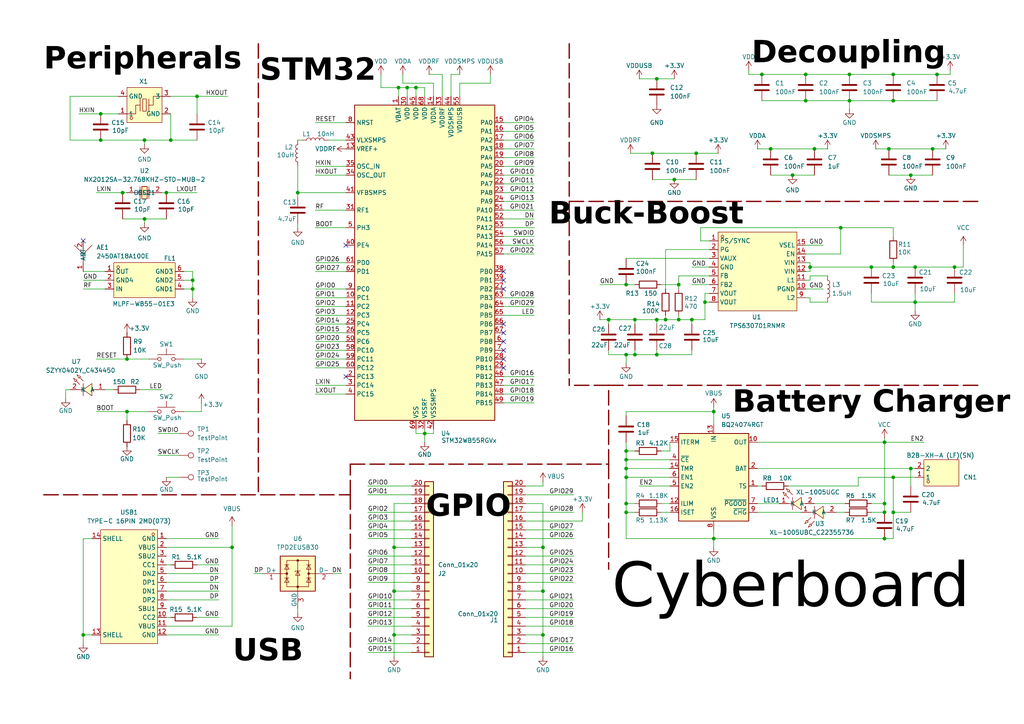
<source format=kicad_sch>
(kicad_sch (version 20250114) (generator "eeschema") (generator_version "9.0")
  (paper "A4")
  (title_block (title "Cyberboard") (date "2025-10-15") (rev "V1"))
  (text "Decoupling" (at 246.126 17.272 0) (effects (font (size 6.35 6.35))))
  (text "STM32" (at 92.202 22.352 0) (effects (font (size 6.35 6.35))))
  (text "Cyberboard" (at 229.362 173.99 0) (effects (font (size 12.7 12.7))))
  (text "Battery Charger" (at 252.73 118.618 0) (effects (font (size 6.35 6.35))))
  (text "USB" (at 77.724 190.754 0) (effects (font (size 6.35 6.35))))
  (text "Buck-Boost" (at 187.452 64.008 0) (effects (font (size 6.35 6.35))))
  (text "GPIO" (at 135.89 148.844 0) (effects (font (size 6.35 6.35))))
  (text "Peripherals" (at 41.402 19.05 0) (effects (font (size 6.35 6.35))))
  (junction (at 256.54 128.27))
  (junction (at 270.51 43.18))
  (junction (at 29.21 33.02))
  (junction (at 29.21 40.64))
  (junction (at 259.08 77.47))
  (junction (at 246.38 21.59))
  (junction (at 207.01 119.38))
  (junction (at 259.08 29.21))
  (junction (at 24.13 184.15))
  (junction (at 256.54 156.21))
  (junction (at 157.48 184.15))
  (junction (at 118.11 25.4))
  (junction (at 234.95 77.47))
  (junction (at 123.19 125.73))
  (junction (at 55.88 83.82))
  (junction (at 257.81 43.18))
  (junction (at 220.98 21.59))
  (junction (at 41.91 63.5))
  (junction (at 243.84 66.04))
  (junction (at 259.08 21.59))
  (junction (at 36.83 104.14))
  (junction (at 233.68 21.59))
  (junction (at 67.31 158.75))
  (junction (at 114.3 184.15))
  (junction (at 193.04 92.71))
  (junction (at 181.61 148.59))
  (junction (at 157.48 158.75))
  (junction (at 196.85 92.71))
  (junction (at 207.01 156.21))
  (junction (at 264.16 135.89))
  (junction (at 271.78 21.59))
  (junction (at 181.61 130.81))
  (junction (at 181.61 82.55))
  (junction (at 201.93 44.45))
  (junction (at 265.43 77.47))
  (junction (at 190.5 92.71))
  (junction (at 195.58 52.07))
  (junction (at 157.48 171.45))
  (junction (at 184.15 102.87))
  (junction (at 189.23 44.45))
  (junction (at 115.57 25.4))
  (junction (at 41.91 40.64))
  (junction (at 259.08 138.43))
  (junction (at 114.3 171.45))
  (junction (at 181.61 102.87))
  (junction (at 256.54 148.59))
  (junction (at 181.61 146.05))
  (junction (at 265.43 87.63))
  (junction (at 57.15 27.94))
  (junction (at 196.85 82.55))
  (junction (at 246.38 29.21))
  (junction (at 181.61 133.35))
  (junction (at 184.15 92.71))
  (junction (at 252.73 77.47))
  (junction (at 229.87 50.8))
  (junction (at 190.5 102.87))
  (junction (at 49.53 40.64))
  (junction (at 190.5 22.86))
  (junction (at 181.61 138.43))
  (junction (at 114.3 158.75))
  (junction (at 48.26 55.88))
  (junction (at 264.16 50.8))
  (junction (at 86.36 55.88))
  (junction (at 204.47 87.63))
  (junction (at 181.61 135.89))
  (junction (at 223.52 43.18))
  (junction (at 276.86 77.47))
  (junction (at 55.88 81.28))
  (junction (at 35.56 55.88))
  (junction (at 120.65 25.4))
  (junction (at 236.22 43.18))
  (junction (at 200.66 92.71))
  (junction (at 233.68 29.21))
  (junction (at 176.53 92.71))
  (junction (at 36.83 119.38))
  (junction (at 256.54 146.05))
  (junction (at 259.08 148.59))
  (no_connect (at 100.33 71.12))
  (no_connect (at 146.05 106.68))
  (no_connect (at 100.33 109.22))
  (no_connect (at 24.13 69.85))
  (no_connect (at 146.05 96.52))
  (no_connect (at 146.05 81.28))
  (no_connect (at 146.05 93.98))
  (no_connect (at 146.05 78.74))
  (no_connect (at 146.05 83.82))
  (no_connect (at 146.05 101.6))
  (no_connect (at 146.05 104.14))
  (no_connect (at 146.05 99.06))
  (wire (pts (xy 128.27 21.59) (xy 128.27 27.94)))
  (wire (pts (xy 120.65 25.4) (xy 120.65 27.94)))
  (wire (pts (xy 106.68 176.53) (xy 119.38 176.53)))
  (wire (pts (xy 181.61 74.93) (xy 205.74 74.93)))
  (wire (pts (xy 190.5 22.86) (xy 195.58 22.86)))
  (wire (pts (xy 125.73 125.73) (xy 123.19 125.73)))
  (wire (pts (xy 120.65 125.73) (xy 120.65 124.46)))
  (wire (pts (xy 118.11 25.4) (xy 118.11 27.94)))
  (wire (pts (xy 48.26 171.45) (xy 63.5 171.45)))
  (wire (pts (xy 168.91 148.59) (xy 168.91 151.13)))
  (wire (pts (xy 200.66 93.98) (xy 200.66 92.71)))
  (wire (pts (xy 176.53 93.98) (xy 176.53 92.71)))
  (wire (pts (xy 49.53 40.64) (xy 57.15 40.64)))
  (wire (pts (xy 205.74 85.09) (xy 204.47 85.09)))
  (wire (pts (xy 185.42 22.86) (xy 190.5 22.86)))
  (wire (pts (xy 106.68 173.99) (xy 119.38 173.99)))
  (wire (pts (xy 91.44 96.52) (xy 100.33 96.52)))
  (wire (pts (xy 240.03 43.18) (xy 236.22 43.18)))
  (wire (pts (xy 125.73 125.73) (xy 125.73 124.46)))
  (wire (pts (xy 205.74 69.85) (xy 203.2 69.85)))
  (wire (pts (xy 53.34 81.28) (xy 55.88 81.28)))
  (wire (pts (xy 114.3 158.75) (xy 119.38 158.75)))
  (wire (pts (xy 203.2 66.04) (xy 243.84 66.04)))
  (wire (pts (xy 34.29 27.94) (xy 20.32 27.94)))
  (wire (pts (xy 205.74 82.55) (xy 200.66 82.55)))
  (wire (pts (xy 267.97 128.27) (xy 256.54 128.27)))
  (wire (pts (xy 91.44 66.04) (xy 100.33 66.04)))
  (wire (pts (xy 181.61 130.81) (xy 181.61 128.27)))
  (wire (pts (xy 154.94 86.36) (xy 146.05 86.36)))
  (wire (pts (xy 181.61 102.87) (xy 184.15 102.87)))
  (wire (pts (xy 86.36 55.88) (xy 100.33 55.88)))
  (wire (pts (xy 115.57 25.4) (xy 118.11 25.4)))
  (wire (pts (xy 67.31 181.61) (xy 48.26 181.61)))
  (wire (pts (xy 256.54 156.21) (xy 207.01 156.21)))
  (wire (pts (xy 248.92 140.97) (xy 228.6 140.97)))
  (wire (pts (xy 181.61 156.21) (xy 207.01 156.21)))
  (wire (pts (xy 106.68 151.13) (xy 119.38 151.13)))
  (wire (pts (xy 152.4 189.23) (xy 166.37 189.23)))
  (wire (pts (xy 181.61 135.89) (xy 181.61 133.35)))
  (wire (pts (xy 259.08 138.43) (xy 259.08 148.59)))
  (wire (pts (xy 119.38 146.05) (xy 114.3 146.05)))
  (wire (pts (xy 176.53 102.87) (xy 176.53 101.6)))
  (wire (pts (xy 196.85 82.55) (xy 196.85 80.01)))
  (wire (pts (xy 234.95 86.36) (xy 233.68 86.36)))
  (wire (pts (xy 36.83 121.92) (xy 36.83 119.38)))
  (wire (pts (xy 95.25 40.64) (xy 100.33 40.64)))
  (polyline (pts (xy 101.6 143.51) (xy 101.6 134.62)) (stroke (width 0.381) (type dash) (color 132 0 0 1)))
  (wire (pts (xy 240.03 87.63) (xy 234.95 87.63)))
  (wire (pts (xy 154.94 114.3) (xy 146.05 114.3)))
  (wire (pts (xy 30.48 78.74) (xy 24.13 78.74)))
  (wire (pts (xy 252.73 148.59) (xy 256.54 148.59)))
  (wire (pts (xy 57.15 27.94) (xy 57.15 33.02)))
  (wire (pts (xy 20.32 27.94) (xy 20.32 40.64)))
  (wire (pts (xy 106.68 153.67) (xy 119.38 153.67)))
  (wire (pts (xy 22.86 33.02) (xy 29.21 33.02)))
  (wire (pts (xy 274.32 43.18) (xy 270.51 43.18)))
  (wire (pts (xy 124.46 21.59) (xy 128.27 21.59)))
  (wire (pts (xy 204.47 85.09) (xy 204.47 87.63)))
  (wire (pts (xy 181.61 135.89) (xy 194.31 135.89)))
  (wire (pts (xy 181.61 138.43) (xy 194.31 138.43)))
  (wire (pts (xy 114.3 158.75) (xy 114.3 171.45)))
  (wire (pts (xy 191.77 82.55) (xy 196.85 82.55)))
  (wire (pts (xy 55.88 81.28) (xy 55.88 83.82)))
  (wire (pts (xy 181.61 133.35) (xy 181.61 130.81)))
  (wire (pts (xy 154.94 111.76) (xy 146.05 111.76)))
  (wire (pts (xy 86.36 48.26) (xy 86.36 55.88)))
  (wire (pts (xy 106.68 179.07) (xy 119.38 179.07)))
  (wire (pts (xy 41.91 63.5) (xy 35.56 63.5)))
  (wire (pts (xy 196.85 80.01) (xy 205.74 80.01)))
  (wire (pts (xy 106.68 189.23) (xy 119.38 189.23)))
  (wire (pts (xy 234.95 87.63) (xy 234.95 86.36)))
  (wire (pts (xy 173.99 82.55) (xy 181.61 82.55)))
  (wire (pts (xy 256.54 127) (xy 256.54 128.27)))
  (wire (pts (xy 27.94 104.14) (xy 36.83 104.14)))
  (wire (pts (xy 189.23 52.07) (xy 195.58 52.07)))
  (polyline (pts (xy 101.6 143.51) (xy 101.6 196.85)) (stroke (width 0.381) (type dash) (color 132 0 0 1)))
  (wire (pts (xy 146.05 68.58) (xy 154.94 68.58)))
  (wire (pts (xy 41.91 63.5) (xy 48.26 63.5)))
  (wire (pts (xy 146.05 66.04) (xy 154.94 66.04)))
  (wire (pts (xy 276.86 87.63) (xy 276.86 85.09)))
  (wire (pts (xy 146.05 71.12) (xy 154.94 71.12)))
  (wire (pts (xy 36.83 119.38) (xy 43.18 119.38)))
  (wire (pts (xy 152.4 146.05) (xy 157.48 146.05)))
  (wire (pts (xy 152.4 166.37) (xy 166.37 166.37)))
  (polyline (pts (xy 176.53 111.76) (xy 165.1 111.76)) (stroke (width 0.381) (type dash) (color 132 0 0 1)))
  (wire (pts (xy 26.67 156.21) (xy 24.13 156.21)))
  (wire (pts (xy 217.17 20.32) (xy 217.17 21.59)))
  (wire (pts (xy 152.4 168.91) (xy 166.37 168.91)))
  (wire (pts (xy 205.74 87.63) (xy 204.47 87.63)))
  (wire (pts (xy 200.66 92.71) (xy 204.47 92.71)))
  (wire (pts (xy 181.61 146.05) (xy 181.61 138.43)))
  (wire (pts (xy 194.31 128.27) (xy 194.31 130.81)))
  (wire (pts (xy 181.61 148.59) (xy 181.61 156.21)))
  (wire (pts (xy 91.44 93.98) (xy 100.33 93.98)))
  (wire (pts (xy 190.5 92.71) (xy 193.04 92.71)))
  (wire (pts (xy 182.88 44.45) (xy 189.23 44.45)))
  (wire (pts (xy 142.24 24.13) (xy 133.35 24.13)))
  (wire (pts (xy 116.84 24.13) (xy 116.84 21.59)))
  (wire (pts (xy 154.94 38.1) (xy 146.05 38.1)))
  (wire (pts (xy 49.53 163.83) (xy 48.26 163.83)))
  (wire (pts (xy 219.71 43.18) (xy 223.52 43.18)))
  (wire (pts (xy 181.61 133.35) (xy 194.31 133.35)))
  (wire (pts (xy 279.4 71.12) (xy 279.4 77.47)))
  (wire (pts (xy 57.15 55.88) (xy 48.26 55.88)))
  (wire (pts (xy 181.61 138.43) (xy 181.61 135.89)))
  (wire (pts (xy 234.95 77.47) (xy 234.95 76.2)))
  (wire (pts (xy 184.15 102.87) (xy 190.5 102.87)))
  (wire (pts (xy 194.31 130.81) (xy 191.77 130.81)))
  (wire (pts (xy 120.65 125.73) (xy 123.19 125.73)))
  (wire (pts (xy 264.16 50.8) (xy 270.51 50.8)))
  (wire (pts (xy 106.68 148.59) (xy 119.38 148.59)))
  (wire (pts (xy 91.44 83.82) (xy 100.33 83.82)))
  (wire (pts (xy 19.05 113.03) (xy 20.32 113.03)))
  (wire (pts (xy 106.68 161.29) (xy 119.38 161.29)))
  (wire (pts (xy 219.71 128.27) (xy 256.54 128.27)))
  (wire (pts (xy 114.3 146.05) (xy 114.3 158.75)))
  (wire (pts (xy 219.71 148.59) (xy 232.41 148.59)))
  (wire (pts (xy 189.23 44.45) (xy 201.93 44.45)))
  (wire (pts (xy 275.59 20.32) (xy 275.59 21.59)))
  (wire (pts (xy 154.94 50.8) (xy 146.05 50.8)))
  (wire (pts (xy 152.4 163.83) (xy 166.37 163.83)))
  (wire (pts (xy 207.01 153.67) (xy 207.01 156.21)))
  (wire (pts (xy 173.99 92.71) (xy 176.53 92.71)))
  (wire (pts (xy 91.44 101.6) (xy 100.33 101.6)))
  (wire (pts (xy 191.77 146.05) (xy 194.31 146.05)))
  (wire (pts (xy 49.53 27.94) (xy 57.15 27.94)))
  (wire (pts (xy 196.85 92.71) (xy 200.66 92.71)))
  (wire (pts (xy 91.44 114.3) (xy 100.33 114.3)))
  (wire (pts (xy 45.72 125.73) (xy 52.07 125.73)))
  (wire (pts (xy 114.3 171.45) (xy 114.3 184.15)))
  (polyline (pts (xy 165.1 58.42) (xy 284.48 58.42)) (stroke (width 0.381) (type dash) (color 132 0 0 1)))
  (wire (pts (xy 168.91 151.13) (xy 152.4 151.13)))
  (wire (pts (xy 48.26 138.43) (xy 52.07 138.43)))
  (wire (pts (xy 30.48 81.28) (xy 24.13 81.28)))
  (wire (pts (xy 233.68 71.12) (xy 238.76 71.12)))
  (wire (pts (xy 256.54 128.27) (xy 256.54 146.05)))
  (wire (pts (xy 152.4 148.59) (xy 166.37 148.59)))
  (wire (pts (xy 265.43 87.63) (xy 276.86 87.63)))
  (wire (pts (xy 181.61 82.55) (xy 184.15 82.55)))
  (wire (pts (xy 275.59 21.59) (xy 271.78 21.59)))
  (wire (pts (xy 27.94 119.38) (xy 36.83 119.38)))
  (wire (pts (xy 259.08 68.58) (xy 259.08 66.04)))
  (wire (pts (xy 233.68 29.21) (xy 246.38 29.21)))
  (wire (pts (xy 181.61 148.59) (xy 184.15 148.59)))
  (wire (pts (xy 217.17 21.59) (xy 220.98 21.59)))
  (wire (pts (xy 152.4 171.45) (xy 157.48 171.45)))
  (wire (pts (xy 236.22 146.05) (xy 245.11 146.05)))
  (wire (pts (xy 154.94 43.18) (xy 146.05 43.18)))
  (wire (pts (xy 238.76 83.82) (xy 233.68 83.82)))
  (wire (pts (xy 53.34 83.82) (xy 55.88 83.82)))
  (wire (pts (xy 190.5 102.87) (xy 190.5 101.6)))
  (wire (pts (xy 154.94 63.5) (xy 146.05 63.5)))
  (wire (pts (xy 123.19 125.73) (xy 123.19 124.46)))
  (wire (pts (xy 154.94 35.56) (xy 146.05 35.56)))
  (wire (pts (xy 205.74 77.47) (xy 200.66 77.47)))
  (wire (pts (xy 110.49 21.59) (xy 110.49 25.4)))
  (wire (pts (xy 35.56 55.88) (xy 36.83 55.88)))
  (wire (pts (xy 48.26 55.88) (xy 46.99 55.88)))
  (wire (pts (xy 157.48 158.75) (xy 157.48 171.45)))
  (wire (pts (xy 99.06 166.37) (xy 96.52 166.37)))
  (wire (pts (xy 125.73 24.13) (xy 125.73 27.94)))
  (wire (pts (xy 152.4 176.53) (xy 166.37 176.53)))
  (wire (pts (xy 157.48 139.7) (xy 157.48 140.97)))
  (wire (pts (xy 220.98 29.21) (xy 233.68 29.21)))
  (wire (pts (xy 152.4 161.29) (xy 166.37 161.29)))
  (wire (pts (xy 91.44 99.06) (xy 100.33 99.06)))
  (wire (pts (xy 106.68 181.61) (xy 119.38 181.61)))
  (wire (pts (xy 190.5 93.98) (xy 190.5 92.71)))
  (wire (pts (xy 234.95 80.01) (xy 240.03 80.01)))
  (polyline (pts (xy 101.6 134.62) (xy 176.53 134.62)) (stroke (width 0.381) (type dash) (color 132 0 0 1)))
  (wire (pts (xy 234.95 78.74) (xy 234.95 77.47)))
  (wire (pts (xy 58.42 119.38) (xy 53.34 119.38)))
  (wire (pts (xy 181.61 130.81) (xy 184.15 130.81)))
  (wire (pts (xy 91.44 35.56) (xy 100.33 35.56)))
  (wire (pts (xy 154.94 48.26) (xy 146.05 48.26)))
  (wire (pts (xy 264.16 135.89) (xy 265.43 135.89)))
  (wire (pts (xy 157.48 140.97) (xy 152.4 140.97)))
  (wire (pts (xy 91.44 78.74) (xy 100.33 78.74)))
  (wire (pts (xy 114.3 184.15) (xy 114.3 190.5)))
  (polyline (pts (xy 165.1 12.7) (xy 165.1 111.76)) (stroke (width 0.381) (type dash) (color 132 0 0 1)))
  (wire (pts (xy 193.04 72.39) (xy 193.04 83.82)))
  (wire (pts (xy 246.38 21.59) (xy 233.68 21.59)))
  (wire (pts (xy 57.15 27.94) (xy 66.04 27.94)))
  (wire (pts (xy 114.3 171.45) (xy 119.38 171.45)))
  (wire (pts (xy 123.19 125.73) (xy 123.19 128.27)))
  (wire (pts (xy 219.71 135.89) (xy 264.16 135.89)))
  (wire (pts (xy 57.15 163.83) (xy 63.5 163.83)))
  (wire (pts (xy 41.91 64.77) (xy 41.91 63.5)))
  (wire (pts (xy 157.48 146.05) (xy 157.48 158.75)))
  (wire (pts (xy 203.2 69.85) (xy 203.2 66.04)))
  (wire (pts (xy 49.53 179.07) (xy 48.26 179.07)))
  (wire (pts (xy 208.28 44.45) (xy 201.93 44.45)))
  (wire (pts (xy 86.36 66.04) (xy 86.36 64.77)))
  (wire (pts (xy 252.73 77.47) (xy 259.08 77.47)))
  (wire (pts (xy 223.52 50.8) (xy 229.87 50.8)))
  (wire (pts (xy 45.72 132.08) (xy 52.07 132.08)))
  (wire (pts (xy 245.11 148.59) (xy 242.57 148.59)))
  (wire (pts (xy 207.01 119.38) (xy 181.61 119.38)))
  (wire (pts (xy 152.4 153.67) (xy 166.37 153.67)))
  (wire (pts (xy 106.68 168.91) (xy 119.38 168.91)))
  (wire (pts (xy 49.53 40.64) (xy 49.53 33.02)))
  (wire (pts (xy 110.49 25.4) (xy 115.57 25.4)))
  (wire (pts (xy 157.48 184.15) (xy 157.48 190.5)))
  (wire (pts (xy 106.68 163.83) (xy 119.38 163.83)))
  (wire (pts (xy 259.08 156.21) (xy 256.54 156.21)))
  (wire (pts (xy 154.94 91.44) (xy 146.05 91.44)))
  (wire (pts (xy 152.4 184.15) (xy 157.48 184.15)))
  (wire (pts (xy 256.54 146.05) (xy 256.54 148.59)))
  (wire (pts (xy 36.83 104.14) (xy 43.18 104.14)))
  (wire (pts (xy 193.04 92.71) (xy 196.85 92.71)))
  (wire (pts (xy 207.01 118.11) (xy 207.01 119.38)))
  (wire (pts (xy 53.34 78.74) (xy 55.88 78.74)))
  (polyline (pts (xy 12.7 143.51) (xy 101.6 143.51)) (stroke (width 0.381) (type dash) (color 132 0 0 1)))
  (wire (pts (xy 106.68 166.37) (xy 119.38 166.37)))
  (wire (pts (xy 106.68 186.69) (xy 119.38 186.69)))
  (wire (pts (xy 252.73 87.63) (xy 265.43 87.63)))
  (wire (pts (xy 264.16 135.89) (xy 264.16 140.97)))
  (wire (pts (xy 29.21 40.64) (xy 41.91 40.64)))
  (wire (pts (xy 271.78 21.59) (xy 259.08 21.59)))
  (wire (pts (xy 276.86 77.47) (xy 279.4 77.47)))
  (wire (pts (xy 154.94 53.34) (xy 146.05 53.34)))
  (wire (pts (xy 48.26 168.91) (xy 63.5 168.91)))
  (wire (pts (xy 219.71 140.97) (xy 220.98 140.97)))
  (wire (pts (xy 133.35 21.59) (xy 130.81 21.59)))
  (wire (pts (xy 57.15 179.07) (xy 63.5 179.07)))
  (wire (pts (xy 233.68 73.66) (xy 243.84 73.66)))
  (wire (pts (xy 200.66 102.87) (xy 200.66 101.6)))
  (wire (pts (xy 176.53 92.71) (xy 184.15 92.71)))
  (wire (pts (xy 24.13 184.15) (xy 26.67 184.15)))
  (wire (pts (xy 48.26 173.99) (xy 63.5 173.99)))
  (wire (pts (xy 154.94 109.22) (xy 146.05 109.22)))
  (wire (pts (xy 154.94 45.72) (xy 146.05 45.72)))
  (wire (pts (xy 116.84 24.13) (xy 125.73 24.13)))
  (wire (pts (xy 265.43 87.63) (xy 265.43 85.09)))
  (wire (pts (xy 48.26 156.21) (xy 63.5 156.21)))
  (wire (pts (xy 252.73 87.63) (xy 252.73 85.09)))
  (wire (pts (xy 252.73 146.05) (xy 256.54 146.05)))
  (wire (pts (xy 152.4 173.99) (xy 166.37 173.99)))
  (wire (pts (xy 195.58 52.07) (xy 201.93 52.07)))
  (wire (pts (xy 41.91 41.91) (xy 41.91 40.64)))
  (wire (pts (xy 254 43.18) (xy 257.81 43.18)))
  (wire (pts (xy 191.77 148.59) (xy 194.31 148.59)))
  (wire (pts (xy 152.4 143.51) (xy 166.37 143.51)))
  (wire (pts (xy 91.44 111.76) (xy 100.33 111.76)))
  (wire (pts (xy 248.92 138.43) (xy 259.08 138.43)))
  (wire (pts (xy 207.01 158.75) (xy 207.01 156.21)))
  (wire (pts (xy 24.13 156.21) (xy 24.13 184.15)))
  (wire (pts (xy 154.94 116.84) (xy 146.05 116.84)))
  (wire (pts (xy 91.44 86.36) (xy 100.33 86.36)))
  (wire (pts (xy 154.94 73.66) (xy 146.05 73.66)))
  (wire (pts (xy 154.94 88.9) (xy 146.05 88.9)))
  (wire (pts (xy 193.04 91.44) (xy 193.04 92.71)))
  (wire (pts (xy 154.94 40.64) (xy 146.05 40.64)))
  (wire (pts (xy 48.26 166.37) (xy 63.5 166.37)))
  (wire (pts (xy 55.88 78.74) (xy 55.88 81.28)))
  (wire (pts (xy 184.15 93.98) (xy 184.15 92.71)))
  (wire (pts (xy 259.08 29.21) (xy 246.38 29.21)))
  (wire (pts (xy 243.84 66.04) (xy 259.08 66.04)))
  (wire (pts (xy 19.05 115.57) (xy 19.05 113.03)))
  (wire (pts (xy 259.08 76.2) (xy 259.08 77.47)))
  (wire (pts (xy 257.81 43.18) (xy 270.51 43.18)))
  (wire (pts (xy 190.5 102.87) (xy 200.66 102.87)))
  (wire (pts (xy 115.57 25.4) (xy 115.57 27.94)))
  (wire (pts (xy 181.61 119.38) (xy 181.61 120.65)))
  (wire (pts (xy 152.4 181.61) (xy 166.37 181.61)))
  (wire (pts (xy 259.08 77.47) (xy 265.43 77.47)))
  (wire (pts (xy 154.94 58.42) (xy 146.05 58.42)))
  (wire (pts (xy 265.43 77.47) (xy 276.86 77.47)))
  (wire (pts (xy 234.95 77.47) (xy 252.73 77.47)))
  (wire (pts (xy 58.42 116.84) (xy 58.42 119.38)))
  (wire (pts (xy 123.19 25.4) (xy 123.19 27.94)))
  (wire (pts (xy 265.43 90.17) (xy 265.43 87.63)))
  (wire (pts (xy 229.87 50.8) (xy 236.22 50.8)))
  (wire (pts (xy 259.08 138.43) (xy 265.43 138.43)))
  (wire (pts (xy 24.13 186.69) (xy 24.13 184.15)))
  (wire (pts (xy 219.71 146.05) (xy 226.06 146.05)))
  (polyline (pts (xy 176.53 134.62) (xy 176.53 165.1)) (stroke (width 0.381) (type dash) (color 132 0 0 1)))
  (wire (pts (xy 181.61 102.87) (xy 181.61 105.41)))
  (polyline (pts (xy 74.93 12.7) (xy 74.93 143.51)) (stroke (width 0.381) (type dash) (color 132 0 0 1)))
  (wire (pts (xy 259.08 148.59) (xy 264.16 148.59)))
  (wire (pts (xy 114.3 184.15) (xy 119.38 184.15)))
  (wire (pts (xy 259.08 148.59) (xy 259.08 156.21)))
  (wire (pts (xy 233.68 81.28) (xy 234.95 81.28)))
  (wire (pts (xy 133.35 24.13) (xy 133.35 27.94)))
  (wire (pts (xy 120.65 25.4) (xy 123.19 25.4)))
  (wire (pts (xy 91.44 106.68) (xy 100.33 106.68)))
  (wire (pts (xy 41.91 40.64) (xy 49.53 40.64)))
  (wire (pts (xy 67.31 158.75) (xy 67.31 181.61)))
  (wire (pts (xy 106.68 143.51) (xy 119.38 143.51)))
  (wire (pts (xy 234.95 81.28) (xy 234.95 80.01)))
  (wire (pts (xy 48.26 158.75) (xy 67.31 158.75)))
  (wire (pts (xy 154.94 60.96) (xy 146.05 60.96)))
  (wire (pts (xy 204.47 92.71) (xy 204.47 87.63)))
  (wire (pts (xy 91.44 88.9) (xy 100.33 88.9)))
  (wire (pts (xy 27.94 55.88) (xy 35.56 55.88)))
  (wire (pts (xy 157.48 171.45) (xy 157.48 184.15)))
  (wire (pts (xy 205.74 72.39) (xy 193.04 72.39)))
  (wire (pts (xy 130.81 21.59) (xy 130.81 27.94)))
  (wire (pts (xy 91.44 76.2) (xy 100.33 76.2)))
  (wire (pts (xy 233.68 78.74) (xy 234.95 78.74)))
  (wire (pts (xy 86.36 40.64) (xy 87.63 40.64)))
  (wire (pts (xy 176.53 102.87) (xy 181.61 102.87)))
  (wire (pts (xy 29.21 33.02) (xy 34.29 33.02)))
  (wire (pts (xy 185.42 140.97) (xy 194.31 140.97)))
  (wire (pts (xy 91.44 50.8) (xy 100.33 50.8)))
  (wire (pts (xy 152.4 186.69) (xy 166.37 186.69)))
  (polyline (pts (xy 176.53 134.62) (xy 176.53 111.76)) (stroke (width 0.381) (type dash) (color 132 0 0 1)))
  (wire (pts (xy 53.34 104.14) (xy 58.42 104.14)))
  (wire (pts (xy 30.48 83.82) (xy 24.13 83.82)))
  (wire (pts (xy 246.38 29.21) (xy 246.38 31.75)))
  (wire (pts (xy 106.68 140.97) (xy 119.38 140.97)))
  (wire (pts (xy 257.81 50.8) (xy 264.16 50.8)))
  (wire (pts (xy 152.4 179.07) (xy 166.37 179.07)))
  (wire (pts (xy 184.15 102.87) (xy 184.15 101.6)))
  (wire (pts (xy 248.92 140.97) (xy 248.92 138.43)))
  (wire (pts (xy 142.24 21.59) (xy 142.24 24.13)))
  (wire (pts (xy 106.68 156.21) (xy 119.38 156.21)))
  (wire (pts (xy 152.4 158.75) (xy 157.48 158.75)))
  (wire (pts (xy 91.44 48.26) (xy 100.33 48.26)))
  (wire (pts (xy 196.85 92.71) (xy 196.85 91.44)))
  (wire (pts (xy 33.02 113.03) (xy 30.48 113.03)))
  (wire (pts (xy 118.11 25.4) (xy 120.65 25.4)))
  (wire (pts (xy 259.08 21.59) (xy 246.38 21.59)))
  (wire (pts (xy 91.44 91.44) (xy 100.33 91.44)))
  (wire (pts (xy 196.85 83.82) (xy 196.85 82.55)))
  (wire (pts (xy 55.88 83.82) (xy 55.88 86.36)))
  (wire (pts (xy 67.31 152.4) (xy 67.31 158.75)))
  (wire (pts (xy 233.68 21.59) (xy 220.98 21.59)))
  (wire (pts (xy 271.78 29.21) (xy 259.08 29.21)))
  (wire (pts (xy 91.44 60.96) (xy 100.33 60.96)))
  (wire (pts (xy 152.4 156.21) (xy 166.37 156.21)))
  (wire (pts (xy 73.66 166.37) (xy 76.2 166.37)))
  (wire (pts (xy 46.99 113.03) (xy 40.64 113.03)))
  (polyline (pts (xy 176.53 111.76) (xy 284.48 111.76)) (stroke (width 0.381) (type dash) (color 132 0 0 1)))
  (wire (pts (xy 181.61 146.05) (xy 184.15 146.05)))
  (wire (pts (xy 91.44 104.14) (xy 100.33 104.14)))
  (wire (pts (xy 243.84 66.04) (xy 243.84 73.66)))
  (wire (pts (xy 207.01 123.19) (xy 207.01 119.38)))
  (wire (pts (xy 184.15 92.71) (xy 190.5 92.71)))
  (wire (pts (xy 20.32 40.64) (xy 29.21 40.64)))
  (wire (pts (xy 181.61 148.59) (xy 181.61 146.05)))
  (wire (pts (xy 223.52 43.18) (xy 236.22 43.18)))
  (wire (pts (xy 154.94 55.88) (xy 146.05 55.88)))
  (wire (pts (xy 86.36 177.8) (xy 86.36 176.53)))
  (wire (pts (xy 86.36 57.15) (xy 86.36 55.88)))
  (wire (pts (xy 234.95 76.2) (xy 233.68 76.2)))
  (wire (pts (xy 48.26 184.15) (xy 63.5 184.15)))
  (label "SWCLK" (at 154.94 71.12 180))
  (label "GPIO0" (at 106.68 140.97 0))
  (label "DP" (at 73.66 166.37 0))
  (label "GPIO11" (at 106.68 176.53 0))
  (label "HXIN" (at 91.44 48.26 0))
  (label "BOOT" (at 91.44 66.04 0))
  (label "LED" (at 154.94 91.44 180))
  (label "GPIO13" (at 106.68 181.61 0))
  (label "GND" (at 63.5 163.83 180))
  (label "DN" (at 154.94 63.5 180))
  (label "GPIO18" (at 166.37 181.61 180))
  (label "GND" (at 173.99 82.55 0))
  (label "GPIO5" (at 154.94 38.1 180))
  (label "GPIO26" (at 91.44 76.2 0))
  (label "HXOUT" (at 66.04 27.94 180))
  (label "GPIO21" (at 154.94 60.96 180))
  (label "GPIO19" (at 166.37 179.07 180))
  (label "GPIO26" (at 166.37 156.21 180))
  (label "GPIO11" (at 154.94 53.34 180))
  (label "GPIO16" (at 166.37 189.23 180))
  (label "GPIO10" (at 106.68 173.99 0))
  (label "GPIO17" (at 154.94 111.76 180))
  (label "GPIO23" (at 166.37 166.37 180))
  (label "GPIO9" (at 154.94 48.26 180))
  (label "GPIO9" (at 106.68 168.91 0))
  (label "SWDIO" (at 45.72 125.73 0))
  (label "GPIO24" (at 91.44 104.14 0))
  (label "LED" (at 46.99 113.03 180))
  (label "RF" (at 91.44 60.96 0))
  (label "RESET" (at 27.94 104.14 0))
  (label "GPIO17" (at 166.37 186.69 180))
  (label "GPIO25" (at 166.37 161.29 180))
  (label "HXOUT" (at 91.44 50.8 0))
  (label "GPIO19" (at 154.94 116.84 180))
  (label "GND" (at 63.5 184.15 180))
  (label "RESET" (at 91.44 35.56 0))
  (label "GPIO6" (at 154.94 40.64 180))
  (label "HXIN" (at 22.86 33.02 0))
  (label "GPIO27" (at 91.44 78.74 0))
  (label "GND" (at 238.76 71.12 180))
  (label "GPIO22" (at 154.94 73.66 180))
  (label "GPIO15" (at 106.68 189.23 0))
  (label "GPIO4" (at 106.68 153.67 0))
  (label "GPIO4" (at 154.94 35.56 180))
  (label "GPIO25" (at 91.44 106.68 0))
  (label "GPIO28" (at 166.37 148.59 180))
  (label "GPIO20" (at 166.37 176.53 180))
  (label "GPIO8" (at 106.68 166.37 0))
  (label "DP" (at 63.5 173.99 180))
  (label "EN2" (at 185.42 140.97 0))
  (label "GND" (at 63.5 156.21 180))
  (label "BOOT" (at 27.94 119.38 0))
  (label "GPIO1" (at 106.68 143.51 0))
  (label "DN" (at 99.06 166.37 180))
  (label "GPIO5" (at 106.68 156.21 0))
  (label "GPIO21" (at 166.37 173.99 180))
  (label "GPIO27" (at 166.37 153.67 180))
  (label "GPIO28" (at 154.94 86.36 180))
  (label "EN2" (at 267.97 128.27 180))
  (label "GPIO14" (at 106.68 186.69 0))
  (label "LXOUT" (at 57.15 55.88 180))
  (label "GPIO14" (at 91.44 93.98 0))
  (label "DN" (at 63.5 166.37 180))
  (label "GPIO6" (at 106.68 161.29 0))
  (label "GPIO23" (at 91.44 101.6 0))
  (label "GPIO2" (at 106.68 148.59 0))
  (label "GPIO3" (at 106.68 151.13 0))
  (label "GPIO13" (at 154.94 58.42 180))
  (label "GPIO1" (at 91.44 86.36 0))
  (label "GPIO29" (at 154.94 88.9 180))
  (label "RF" (at 24.13 83.82 0))
  (label "GPIO0" (at 91.44 83.82 0))
  (label "LXIN" (at 27.94 55.88 0))
  (label "GPIO22" (at 166.37 168.91 180))
  (label "GPIO3" (at 91.44 91.44 0))
  (label "LXIN" (at 91.44 111.76 0))
  (label "GPIO2" (at 91.44 88.9 0))
  (label "GPIO10" (at 154.94 50.8 180))
  (label "GPIO20" (at 91.44 99.06 0))
  (label "GND" (at 24.13 81.28 0))
  (label "GPIO24" (at 166.37 163.83 180))
  (label "GPIO29" (at 166.37 143.51 180))
  (label "GND" (at 200.66 82.55 0))
  (label "GPIO7" (at 106.68 163.83 0))
  (label "SWCLK" (at 45.72 132.08 0))
  (label "GPIO12" (at 106.68 179.07 0))
  (label "GPIO18" (at 154.94 114.3 180))
  (label "GPIO7" (at 154.94 43.18 180))
  (label "GND" (at 63.5 179.07 180))
  (label "GPIO12" (at 154.94 55.88 180))
  (label "GND" (at 200.66 77.47 0))
  (label "GND" (at 238.76 83.82 180))
  (label "GPIO8" (at 154.94 45.72 180))
  (label "LXOUT" (at 91.44 114.3 0))
  (label "DN" (at 63.5 171.45 180))
  (label "GPIO15" (at 91.44 96.52 0))
  (label "SWDIO" (at 154.94 68.58 180))
  (label "DP" (at 63.5 168.91 180))
  (label "GPIO16" (at 154.94 109.22 180))
  (label "DP" (at 154.94 66.04 180))
  (symbol (lib_id "Device:C") (at 48.26 59.69 0) (unit 1)
    (property "Reference" "C16" (at 51.308 58.42 0) (effects (justify left)))
    (property "Value" "10pF" (at 51.562 60.706 0) (effects (justify left)))
    (property "Footprint" "Capacitor_SMD:C_0402_1005Metric" (effects (hide yes)))
    (property "Description" "Unpolarized capacitor" (effects (hide yes)))
  )
  (symbol (lib_id "power:+3.3V") (at 100.33 43.18 90) (unit 1)
    (property "Reference" "#PWR025" (effects (hide yes)))
    (property "Value" "VDDRF" (at 94.488 43.18 90))
    (property "Description" "Power symbol creates a global label with name \"+3.3V\"" (effects (hide yes)))
  )
  (symbol (lib_id "power:+3.3V") (at 274.32 43.18 0) (unit 1)
    (property "Reference" "#PWR015" (effects (hide yes)))
    (property "Value" "+3.3V" (at 274.32 39.37 0))
    (property "Description" "Power symbol creates a global label with name \"+3.3V\"" (effects (hide yes)))
  )
  (symbol (lib_id "Device:R") (at 36.83 100.33 0) (unit 1)
    (property "Reference" "R9" (at 38.608 99.06 0) (effects (justify left)))
    (property "Value" "10K" (at 38.608 101.6 0) (effects (justify left)))
    (property "Footprint" "Resistor_SMD:R_0402_1005Metric" (effects (hide yes)))
    (property "Description" "Resistor" (effects (hide yes)))
  )
  (symbol (lib_id "power:GND") (at 36.83 129.54 0) (unit 1)
    (property "Reference" "#PWR028" (effects (hide yes)))
    (property "Value" "GND" (at 36.83 133.096 0))
    (property "Description" "Power symbol creates a global label with name \"GND\" , ground" (effects (hide yes)))
  )
  (symbol (lib_id "Device:C") (at 259.08 25.4 0) (unit 1)
    (property "Reference" "C4" (at 262.89 24.1299 0) (effects (justify left)))
    (property "Value" "100nF" (at 262.89 26.6699 0) (effects (justify left)))
    (property "Footprint" "Capacitor_SMD:C_0402_1005Metric" (effects (hide yes)))
    (property "Description" "Unpolarized capacitor" (effects (hide yes)))
  )
  (symbol (lib_id "power:+3.3V") (at 195.58 22.86 0) (unit 1)
    (property "Reference" "#PWR07" (effects (hide yes)))
    (property "Value" "+3.3V" (at 195.58 19.05 0))
    (property "Description" "Power symbol creates a global label with name \"+3.3V\"" (effects (hide yes)))
  )
  (symbol (lib_id "power:+3.3V") (at 36.83 96.52 0) (unit 1)
    (property "Reference" "#PWR026" (effects (hide yes)))
    (property "Value" "+3.3V" (at 40.386 95.25 0))
    (property "Description" "Power symbol creates a global label with name \"+3.3V\"" (effects (hide yes)))
  )
  (symbol (lib_id "Battery_Management:BQ24074RGT") (at 207.01 138.43 0) (unit 1)
    (property "Reference" "U5" (at 209.1533 120.65 0) (effects (justify left)))
    (property "Value" "BQ24074RGT" (at 209.1533 123.19 0) (effects (justify left)))
    (property "Footprint" "Package_DFN_QFN:VQFN-16-1EP_3x3mm_P0.5mm_EP1.6x1.6mm" (effects (hide yes)))
    (property "Datasheet" "http://www.ti.com/lit/ds/symlink/bq24074.pdf" (effects (hide yes)))
    (property "Description" "USB-Friendly Li-Ion Battery Charger and Power-Path Management, VQFN-16" (effects (hide yes)))
  )
  (symbol (lib_id "power:+3.3V") (at 254 43.18 0) (unit 1)
    (property "Reference" "#PWR014" (effects (hide yes)))
    (property "Value" "VDDSMPS" (at 254 39.37 0))
    (property "Description" "Power symbol creates a global label with name \"+3.3V\"" (effects (hide yes)))
  )
  (symbol (lib_id "Device:C") (at 233.68 25.4 0) (unit 1)
    (property "Reference" "C2" (at 237.49 24.1299 0) (effects (justify left)))
    (property "Value" "100nF" (at 237.49 26.6699 0) (effects (justify left)))
    (property "Footprint" "Capacitor_SMD:C_0402_1005Metric" (effects (hide yes)))
    (property "Description" "Unpolarized capacitor" (effects (hide yes)))
  )
  (symbol (lib_id "power:VCC") (at 279.4 71.12 0) (unit 1)
    (property "Reference" "#PWR034" (effects (hide yes)))
    (property "Value" "VCC" (at 279.4 66.04 0))
    (property "Description" "Power symbol creates a global label with name \"VCC\"" (effects (hide yes)))
  )
  (symbol (lib_id "power:+3.3V") (at 185.42 22.86 0) (unit 1)
    (property "Reference" "#PWR06" (effects (hide yes)))
    (property "Value" "VDDUSB" (at 185.42 19.05 0))
    (property "Description" "Power symbol creates a global label with name \"+3.3V\"" (effects (hide yes)))
  )
  (symbol (lib_id "power:+3.3V") (at 173.99 92.71 0) (unit 1)
    (property "Reference" "#PWR039" (effects (hide yes)))
    (property "Value" "+3.3V" (at 173.99 88.9 0))
    (property "Description" "Power symbol creates a global label with name \"+3.3V\"" (effects (hide yes)))
  )
  (symbol (lib_id "Connector_Generic:Conn_01x20") (at 124.46 166.37 0) (mirror x) (unit 1)
    (property "Reference" "J2" (at 127 166.3701 0) (effects (justify left)))
    (property "Value" "Conn_01x20" (at 127 163.8301 0) (effects (justify left)))
    (property "Footprint" "Connector_PinHeader_2.54mm:PinHeader_1x20_P2.54mm_Vertical" (effects (hide yes)))
    (property "Description" "Generic connector, single row, 01x20, script generated (kicad-library-utils/schlib/autogen/connector/)" (effects (hide yes)))
  )
  (symbol (lib_id "Device:R") (at 187.96 146.05 90) (unit 1)
    (property "Reference" "R4" (at 185.674 143.764 90))
    (property "Value" "1.18K" (at 191.008 143.764 90))
    (property "Footprint" "Resistor_SMD:R_0402_1005Metric" (effects (hide yes)))
    (property "Description" "Resistor" (effects (hide yes)))
  )
  (symbol (lib_id "Switch:SW_Push") (at 48.26 119.38 0) (unit 1)
    (property "Reference" "SW2" (at 48.26 115.062 0))
    (property "Value" "SW_Push" (at 48.514 121.158 0))
    (property "Footprint" "lcsc:SW-SMD_L3.9-W3.0-P4.45" (effects (hide yes)))
    (property "Description" "Push button switch, generic, two pins" (effects (hide yes)))
    (property "LCSC" "C318938" (effects (hide yes)))
  )
  (symbol (lib_id "Device:R") (at 187.96 148.59 90) (mirror x) (unit 1)
    (property "Reference" "R5" (at 185.674 150.876 90))
    (property "Value" "1.13K" (at 191.008 150.876 90))
    (property "Footprint" "Resistor_SMD:R_0402_1005Metric" (effects (hide yes)))
    (property "Description" "Resistor" (effects (hide yes)))
  )
  (symbol (lib_id "Device:C") (at 270.51 46.99 0) (unit 1)
    (property "Reference" "C9" (at 274.32 45.7199 0) (effects (justify left)))
    (property "Value" "100nF" (at 274.32 48.2599 0) (effects (justify left)))
    (property "Footprint" "Capacitor_SMD:C_0402_1005Metric" (effects (hide yes)))
    (property "Description" "Unpolarized capacitor" (effects (hide yes)))
  )
  (symbol (lib_id "Device:C") (at 276.86 81.28 0) (unit 1)
    (property "Reference" "C22" (at 278.13 78.994 0) (effects (justify left)))
    (property "Value" "10uF" (at 278.384 84.074 0) (effects (justify left)))
    (property "Footprint" "Capacitor_SMD:C_0603_1608Metric" (effects (hide yes)))
    (property "Description" "Unpolarized capacitor" (effects (hide yes)))
  )
  (symbol (lib_id "power:GND") (at 41.91 64.77 0) (unit 1)
    (property "Reference" "#PWR024" (effects (hide yes)))
    (property "Value" "GND" (at 41.91 69.088 0))
    (property "Description" "Power symbol creates a global label with name \"GND\" , ground" (effects (hide yes)))
  )
  (symbol (lib_id "power:+3.3V") (at 240.03 43.18 0) (unit 1)
    (property "Reference" "#PWR05" (effects (hide yes)))
    (property "Value" "+3.3V" (at 240.03 39.37 0))
    (property "Description" "Power symbol creates a global label with name \"+3.3V\"" (effects (hide yes)))
  )
  (symbol (lib_id "power:GND") (at 264.16 50.8 0) (unit 1)
    (property "Reference" "#PWR011" (effects (hide yes)))
    (property "Value" "GND" (at 264.16 54.61 0))
    (property "Description" "Power symbol creates a global label with name \"GND\" , ground" (effects (hide yes)))
  )
  (symbol (lib_id "lcsc:SZYY0402Y_C434450") (at 25.4 113.03 0) (mirror y) (unit 1)
    (property "Reference" "U7" (at 22.098 104.902 0))
    (property "Value" "SZYY0402Y_C434450" (at 23.368 107.442 0))
    (property "Footprint" "lcsc:LED0402-FD_YELLOW" (effects (hide yes)))
    (property "LCSC Part" "C434450" (effects (hide yes)))
  )
  (symbol (lib_id "Switch:SW_Push") (at 48.26 104.14 0) (unit 1)
    (property "Reference" "SW1" (at 48.26 99.822 0))
    (property "Value" "SW_Push" (at 48.514 105.918 0))
    (property "Footprint" "lcsc:SW-SMD_L3.9-W3.0-P4.45" (effects (hide yes)))
    (property "Description" "Push button switch, generic, two pins" (effects (hide yes)))
    (property "LCSC" "C318938" (effects (hide yes)))
  )
  (symbol (lib_id "Device:R") (at 193.04 87.63 0) (mirror x) (unit 1)
    (property "Reference" "R14" (at 189.484 88.138 0))
    (property "Value" "100K" (at 188.722 90.17 0))
    (property "Footprint" "Resistor_SMD:R_0402_1005Metric" (effects (hide yes)))
    (property "Description" "Resistor" (effects (hide yes)))
  )
  (symbol (lib_id "power:GND") (at 48.26 138.43 0) (mirror y) (unit 1)
    (property "Reference" "#PWR044" (effects (hide yes)))
    (property "Value" "GND" (at 48.26 141.986 0))
    (property "Description" "Power symbol creates a global label with name \"GND\" , ground" (effects (hide yes)))
  )
  (symbol (lib_id "lcsc:NX2016SA-32MHZ-STD-CZS-5") (at 41.91 30.48 0) (unit 1)
    (property "Reference" "X1" (at 41.656 23.622 0))
    (property "Value" "NX2016SA-32MHZ-STD-CZS-5" (effects (hide yes)))
    (property "Footprint" "lcsc:OSC-SMD_4P-L2.0-W1.6-BL" (effects (hide yes)))
    (property "LCSC Part" "C843260" (effects (hide yes)))
  )
  (symbol (lib_id "power:GND") (at 58.42 104.14 0) (unit 1)
    (property "Reference" "#PWR0112" (effects (hide yes)))
    (property "Value" "GND" (at 58.42 109.22 0))
    (property "Description" "Power symbol creates a global label with name \"GND\" , ground" (effects (hide yes)))
  )
  (symbol (lib_id "Device:R") (at 259.08 72.39 0) (mirror x) (unit 1)
    (property "Reference" "R11" (at 262.382 70.866 0))
    (property "Value" "10K" (at 262.382 73.152 0))
    (property "Footprint" "Resistor_SMD:R_0402_1005Metric" (effects (hide yes)))
    (property "Description" "Resistor" (effects (hide yes)))
  )
  (symbol (lib_id "Device:C") (at 257.81 46.99 0) (unit 1)
    (property "Reference" "C8" (at 261.62 45.7199 0) (effects (justify left)))
    (property "Value" "100nF" (at 261.62 48.2599 0) (effects (justify left)))
    (property "Footprint" "Capacitor_SMD:C_0402_1005Metric" (effects (hide yes)))
    (property "Description" "Unpolarized capacitor" (effects (hide yes)))
  )
  (symbol (lib_id "power:VBUS") (at 157.48 139.7 0) (unit 1)
    (property "Reference" "#PWR027" (effects (hide yes)))
    (property "Value" "VBUS" (at 161.29 138.176 0))
    (property "Description" "Power symbol creates a global label with name \"VBUS\"" (effects (hide yes)))
  )
  (symbol (lib_id "Device:R") (at 187.96 82.55 270) (mirror x) (unit 1)
    (property "Reference" "R13" (at 183.388 85.09 90))
    (property "Value" "150" (at 188.722 85.09 90))
    (property "Footprint" "Resistor_SMD:R_0402_1005Metric" (effects (hide yes)))
    (property "Description" "Resistor" (effects (hide yes)))
  )
  (symbol (lib_id "Device:C") (at 271.78 25.4 0) (unit 1)
    (property "Reference" "C5" (at 274.828 24.13 0) (effects (justify left)))
    (property "Value" "4.7uF" (at 275.082 26.416 0) (effects (justify left)))
    (property "Footprint" "Capacitor_SMD:C_0603_1608Metric" (effects (hide yes)))
    (property "Description" "Unpolarized capacitor" (effects (hide yes)))
  )
  (symbol (lib_id "lcsc:XL-1005UBC_C22355736") (at 237.49 148.59 0) (mirror x) (unit 1)
    (property "Reference" "U3" (at 237.744 151.892 0))
    (property "Value" "XL-1005UBC_C22355736" (at 235.458 154.432 0))
    (property "Footprint" "lcsc:LED0402-RD" (effects (hide yes)))
    (property "LCSC Part" "C22355736" (effects (hide yes)))
  )
  (symbol (lib_id "power:GND") (at 195.58 52.07 0) (unit 1)
    (property "Reference" "#PWR09" (effects (hide yes)))
    (property "Value" "GND" (at 195.58 55.88 0))
    (property "Description" "Power symbol creates a global label with name \"GND\" , ground" (effects (hide yes)))
  )
  (symbol (lib_id "Device:R") (at 196.85 87.63 0) (mirror x) (unit 1)
    (property "Reference" "R12" (at 200.406 86.614 0))
    (property "Value" "470" (at 200.406 88.9 0))
    (property "Footprint" "Resistor_SMD:R_0402_1005Metric" (effects (hide yes)))
    (property "Description" "Resistor" (effects (hide yes)))
  )
  (symbol (lib_id "power:VBUS") (at 207.01 118.11 0) (unit 1)
    (property "Reference" "#PWR033" (effects (hide yes)))
    (property "Value" "VBUS" (at 207.01 114.046 0))
    (property "Description" "Power symbol creates a global label with name \"VBUS\"" (effects (hide yes)))
  )
  (symbol (lib_id "Device:C") (at 181.61 124.46 0) (unit 1)
    (property "Reference" "C18" (at 184.658 123.19 0) (effects (justify left)))
    (property "Value" "1uF" (at 184.912 125.476 0) (effects (justify left)))
    (property "Footprint" "Capacitor_SMD:C_0603_1608Metric" (effects (hide yes)))
    (property "Description" "Unpolarized capacitor" (effects (hide yes)))
  )
  (symbol (lib_id "power:+3.3V") (at 208.28 44.45 0) (unit 1)
    (property "Reference" "#PWR03" (effects (hide yes)))
    (property "Value" "+3.3V" (at 208.28 40.64 0))
    (property "Description" "Power symbol creates a global label with name \"+3.3V\"" (effects (hide yes)))
  )
  (symbol (lib_id "Device:C") (at 223.52 46.99 0) (unit 1)
    (property "Reference" "C6" (at 227.33 45.7199 0) (effects (justify left)))
    (property "Value" "100nF" (at 227.33 48.2599 0) (effects (justify left)))
    (property "Footprint" "Capacitor_SMD:C_0402_1005Metric" (effects (hide yes)))
    (property "Description" "Unpolarized capacitor" (effects (hide yes)))
  )
  (symbol (lib_id "Device:C") (at 176.53 97.79 0) (unit 1)
    (property "Reference" "C26" (at 171.704 95.504 0) (effects (justify left)))
    (property "Value" "22uF" (at 171.45 100.076 0) (effects (justify left)))
    (property "Footprint" "Capacitor_SMD:C_0603_1608Metric" (effects (hide yes)))
    (property "Description" "Unpolarized capacitor" (effects (hide yes)))
  )
  (symbol (lib_id "Device:L") (at 91.44 40.64 90) (unit 1)
    (property "Reference" "L1" (at 88.9 38.862 90))
    (property "Value" "10nH" (at 94.488 38.862 90))
    (property "Footprint" "Inductor_SMD:L_0805_2012Metric" (effects (hide yes)))
    (property "Description" "Inductor" (effects (hide yes)))
  )
  (symbol (lib_id "power:GND") (at 41.91 41.91 0) (unit 1)
    (property "Reference" "#PWR023" (effects (hide yes)))
    (property "Value" "GND" (at 41.91 46.228 0))
    (property "Description" "Power symbol creates a global label with name \"GND\" , ground" (effects (hide yes)))
  )
  (symbol (lib_id "Device:L") (at 240.03 83.82 0) (unit 1)
    (property "Reference" "L3" (at 241.3 82.5499 0) (effects (justify left)))
    (property "Value" "1.5uH" (at 241.3 85.0899 0) (effects (justify left)))
    (property "Footprint" "Inductor_SMD:L_0805_2012Metric" (effects (hide yes)))
    (property "Description" "Inductor" (effects (hide yes)))
  )
  (symbol (lib_id "power:+3.3V") (at 116.84 21.59 0) (unit 1)
    (property "Reference" "#PWR018" (effects (hide yes)))
    (property "Value" "VDDA" (at 116.84 17.78 0))
    (property "Description" "Power symbol creates a global label with name \"+3.3V\"" (effects (hide yes)))
  )
  (symbol (lib_id "Device:C") (at 252.73 81.28 0) (unit 1)
    (property "Reference" "C23" (at 255.778 80.01 0) (effects (justify left)))
    (property "Value" "10uF" (at 256.032 82.296 0) (effects (justify left)))
    (property "Footprint" "Capacitor_SMD:C_0603_1608Metric" (effects (hide yes)))
    (property "Description" "Unpolarized capacitor" (effects (hide yes)))
  )
  (symbol (lib_id "Device:C") (at 256.54 152.4 0) (unit 1)
    (property "Reference" "C19" (at 259.588 151.13 0) (effects (justify left)))
    (property "Value" "4.7uF" (at 259.842 153.416 0) (effects (justify left)))
    (property "Footprint" "Capacitor_SMD:C_0603_1608Metric" (effects (hide yes)))
    (property "Description" "Unpolarized capacitor" (effects (hide yes)))
  )
  (symbol (lib_id "power:VCC") (at 256.54 127 0) (unit 1)
    (property "Reference" "#PWR031" (effects (hide yes)))
    (property "Value" "VCC" (at 256.54 123.19 0))
    (property "Description" "Power symbol creates a global label with name \"VCC\"" (effects (hide yes)))
  )
  (symbol (lib_id "power:+3.3V") (at 275.59 20.32 0) (unit 1)
    (property "Reference" "#PWR01" (effects (hide yes)))
    (property "Value" "+3.3V" (at 275.59 16.51 0))
    (property "Description" "Power symbol creates a global label with name \"+3.3V\"" (effects (hide yes)))
  )
  (symbol (lib_id "power:GND") (at 55.88 86.36 0) (unit 1)
    (property "Reference" "#PWR029" (effects (hide yes)))
    (property "Value" "GND" (at 55.88 90.17 0))
    (property "Description" "Power symbol creates a global label with name \"GND\" , ground" (effects (hide yes)))
  )
  (symbol (lib_id "Device:C") (at 236.22 46.99 0) (unit 1)
    (property "Reference" "C7" (at 240.03 45.7199 0) (effects (justify left)))
    (property "Value" "1uF" (at 240.03 48.2599 0) (effects (justify left)))
    (property "Footprint" "Capacitor_SMD:C_0603_1608Metric" (effects (hide yes)))
    (property "Description" "Unpolarized capacitor" (effects (hide yes)))
  )
  (symbol (lib_id "lcsc:2450AT18A100E") (at 24.13 73.66 0) (unit 1)
    (property "Reference" "AE1" (at 27.94 71.7549 0) (effects (justify left)))
    (property "Value" "2450AT18A100E" (at 27.94 74.2949 0) (effects (justify left)))
    (property "Footprint" "lcsc:ANT-SMD_L3.2-W1.6" (effects (hide yes)))
    (property "Datasheet" "https://lcsc.com/product-detail/RF-Antenna_JOHANSON_2450AT18A100E_2450AT18A100E_C89334.html" (effects (hide yes)))
    (property "LCSC Part" "C89334" (effects (hide yes)))
  )
  (symbol (lib_id "Device:R") (at 248.92 148.59 90) (mirror x) (unit 1)
    (property "Reference" "R7" (at 246.634 150.876 90))
    (property "Value" "1.5K" (at 251.968 150.876 90))
    (property "Footprint" "Resistor_SMD:R_0402_1005Metric" (effects (hide yes)))
    (property "Description" "Resistor" (effects (hide yes)))
  )
  (symbol (lib_id "power:GND") (at 24.13 186.69 0) (unit 1)
    (property "Reference" "#PWR036" (effects (hide yes)))
    (property "Value" "GND" (at 24.13 190.5 0))
    (property "Description" "Power symbol creates a global label with name \"GND\" , ground" (effects (hide yes)))
  )
  (symbol (lib_id "lcsc:TYPE-C16PIN2MD(073)") (at 36.83 170.18 0) (mirror y) (unit 1)
    (property "Reference" "USB1" (at 37.465 148.59 0))
    (property "Value" "TYPE-C 16PIN 2MD(073)" (at 37.465 151.13 0))
    (property "Footprint" "lcsc:USB-C-SMD_TYPE-C-6PIN-2MD-073" (effects (hide yes)))
    (property "LCSC Part" "C2765186" (effects (hide yes)))
  )
  (symbol (lib_id "power:GND") (at 86.36 177.8 0) (unit 1)
    (property "Reference" "#PWR021" (effects (hide yes)))
    (property "Value" "GND" (at 86.36 182.118 0))
    (property "Description" "Power symbol creates a global label with name \"GND\" , ground" (effects (hide yes)))
  )
  (symbol (lib_id "Device:C") (at 29.21 36.83 0) (unit 1)
    (property "Reference" "C15" (at 32.258 35.56 0) (effects (justify left)))
    (property "Value" "10pF" (at 32.512 37.846 0) (effects (justify left)))
    (property "Footprint" "Capacitor_SMD:C_0402_1005Metric" (effects (hide yes)))
    (property "Description" "Unpolarized capacitor" (effects (hide yes)))
  )
  (symbol (lib_id "power:+3.3V") (at 133.35 21.59 0) (unit 1)
    (property "Reference" "#PWR020" (effects (hide yes)))
    (property "Value" "VDDSMPS" (at 133.35 17.78 0))
    (property "Description" "Power symbol creates a global label with name \"+3.3V\"" (effects (hide yes)))
  )
  (symbol (lib_id "power:GND") (at 265.43 90.17 0) (unit 1)
    (property "Reference" "#PWR040" (effects (hide yes)))
    (property "Value" "GND" (at 265.43 93.98 0))
    (property "Description" "Power symbol creates a global label with name \"GND\" , ground" (effects (hide yes)))
  )
  (symbol (lib_id "Device:C") (at 35.56 59.69 0) (unit 1)
    (property "Reference" "C17" (at 38.608 58.42 0) (effects (justify left)))
    (property "Value" "10pF" (at 38.862 60.706 0) (effects (justify left)))
    (property "Footprint" "Capacitor_SMD:C_0402_1005Metric" (effects (hide yes)))
    (property "Description" "Unpolarized capacitor" (effects (hide yes)))
  )
  (symbol (lib_id "Device:C") (at 190.5 26.67 0) (unit 1)
    (property "Reference" "C12" (at 194.31 25.3999 0) (effects (justify left)))
    (property "Value" "100nF" (at 194.31 27.9399 0) (effects (justify left)))
    (property "Footprint" "Capacitor_SMD:C_0402_1005Metric" (effects (hide yes)))
    (property "Description" "Unpolarized capacitor" (effects (hide yes)))
  )
  (symbol (lib_id "power:VBUS") (at 67.31 152.4 0) (unit 1)
    (property "Reference" "#PWR035" (effects (hide yes)))
    (property "Value" "VBUS" (at 67.31 147.574 0))
    (property "Description" "Power symbol creates a global label with name \"VBUS\"" (effects (hide yes)))
  )
  (symbol (lib_id "power:GND") (at 190.5 30.48 0) (unit 1)
    (property "Reference" "#PWR08" (effects (hide yes)))
    (property "Value" "GND" (at 190.5 35.56 0))
    (property "Description" "Power symbol creates a global label with name \"GND\" , ground" (effects (hide yes)))
  )
  (symbol (lib_id "Connector:TestPoint") (at 52.07 125.73 270) (unit 1)
    (property "Reference" "TP1" (at 57.15 124.4599 90) (effects (justify left)))
    (property "Value" "TestPoint" (at 57.15 126.9999 90) (effects (justify left)))
    (property "Footprint" "TestPoint:TestPoint_Pad_1.0x1.0mm" (effects (hide yes)))
    (property "Description" "test point" (effects (hide yes)))
  )
  (symbol (lib_id "Connector_Generic:Conn_01x20") (at 147.32 166.37 180) (unit 1)
    (property "Reference" "J1" (at 144.526 179.832 0) (effects (justify left)))
    (property "Value" "Conn_01x20" (at 144.526 178.054 0) (effects (justify left)))
    (property "Footprint" "Connector_PinHeader_2.54mm:PinHeader_1x20_P2.54mm_Vertical" (effects (hide yes)))
    (property "Description" "Generic connector, single row, 01x20, script generated (kicad-library-utils/schlib/autogen/connector/)" (effects (hide yes)))
  )
  (symbol (lib_id "Device:C") (at 200.66 97.79 0) (unit 1)
    (property "Reference" "C25" (at 203.708 96.52 0) (effects (justify left)))
    (property "Value" "10uF" (at 203.708 98.552 0) (effects (justify left)))
    (property "Footprint" "Capacitor_SMD:C_0603_1608Metric" (effects (hide yes)))
    (property "Description" "Unpolarized capacitor" (effects (hide yes)))
  )
  (symbol (lib_id "Power_Protection:TPD2EUSB30") (at 86.36 166.37 0) (unit 1)
    (property "Reference" "U6" (at 86.36 156.21 0))
    (property "Value" "TPD2EUSB30" (at 86.36 158.75 0))
    (property "Footprint" "Package_TO_SOT_SMD:Texas_DRT-3" (effects (hide yes)))
    (property "Datasheet" "http://www.ti.com/lit/ds/symlink/tpd2eusb30a.pdf" (effects (hide yes)))
    (property "Description" "2-Channel ESD Protection for Super-Speed USB 3.0 Interface, DRT-3" (effects (hide yes)))
  )
  (symbol (lib_id "Device:C") (at 265.43 81.28 0) (unit 1)
    (property "Reference" "C21" (at 266.446 78.994 0) (effects (justify left)))
    (property "Value" "10uF" (at 266.7 83.82 0) (effects (justify left)))
    (property "Footprint" "Capacitor_SMD:C_0603_1608Metric" (effects (hide yes)))
    (property "Description" "Unpolarized capacitor" (effects (hide yes)))
  )
  (symbol (lib_id "power:GND") (at 157.48 190.5 0) (unit 1)
    (property "Reference" "#PWR041" (effects (hide yes)))
    (property "Value" "GND" (at 157.48 194.31 0))
    (property "Description" "Power symbol creates a global label with name \"GND\" , ground" (effects (hide yes)))
  )
  (symbol (lib_id "power:GND") (at 229.87 50.8 0) (unit 1)
    (property "Reference" "#PWR010" (effects (hide yes)))
    (property "Value" "GND" (at 229.87 55.118 0))
    (property "Description" "Power symbol creates a global label with name \"GND\" , ground" (effects (hide yes)))
  )
  (symbol (lib_id "power:+3.3V") (at 142.24 21.59 0) (unit 1)
    (property "Reference" "#PWR016" (effects (hide yes)))
    (property "Value" "VDDUSB" (at 142.24 17.78 0))
    (property "Description" "Power symbol creates a global label with name \"+3.3V\"" (effects (hide yes)))
  )
  (symbol (lib_id "Device:R") (at 36.83 125.73 180) (unit 1)
    (property "Reference" "R10" (at 38.354 124.46 0) (effects (justify right)))
    (property "Value" "10K" (at 38.354 127 0) (effects (justify right)))
    (property "Footprint" "Resistor_SMD:R_0402_1005Metric" (effects (hide yes)))
    (property "Description" "Resistor" (effects (hide yes)))
  )
  (symbol (lib_id "Device:R") (at 36.83 113.03 90) (unit 1)
    (property "Reference" "R2" (at 39.116 110.744 90))
    (property "Value" "150" (at 34.544 110.744 90))
    (property "Footprint" "Resistor_SMD:R_0201_0603Metric" (effects (hide yes)))
    (property "Description" "Resistor" (effects (hide yes)))
  )
  (symbol (lib_id "lcsc:XL-1005UGC") (at 231.14 146.05 0) (unit 1)
    (property "Reference" "LED1" (at 223.774 145.034 0))
    (property "Value" "XL-1005UGC" (at 237.236 142.748 0))
    (property "Footprint" "lcsc:LED0402-RD_GREEN" (effects (hide yes)))
    (property "LCSC Part" "C965793" (effects (hide yes)))
  )
  (symbol (lib_id "Device:C") (at 184.15 97.79 0) (unit 1)
    (property "Reference" "C27" (at 179.324 95.25 0) (effects (justify left)))
    (property "Value" "22uF" (at 178.054 100.076 0) (effects (justify left)))
    (property "Footprint" "Capacitor_SMD:C_0603_1608Metric" (effects (hide yes)))
    (property "Description" "Unpolarized capacitor" (effects (hide yes)))
  )
  (symbol (lib_id "Device:R") (at 224.79 140.97 90) (unit 1)
    (property "Reference" "R8" (at 222.504 138.684 90))
    (property "Value" "10K" (at 227.838 138.684 90))
    (property "Footprint" "Resistor_SMD:R_0402_1005Metric" (effects (hide yes)))
    (property "Description" "Resistor" (effects (hide yes)))
  )
  (symbol (lib_id "Device:R") (at 53.34 179.07 90) (unit 1)
    (property "Reference" "R15" (at 51.054 176.784 90))
    (property "Value" "5.1K" (at 56.388 176.784 90))
    (property "Footprint" "Resistor_SMD:R_0402_1005Metric" (effects (hide yes)))
    (property "Description" "Resistor" (effects (hide yes)))
  )
  (symbol (lib_id "power:+3.3V") (at 124.46 21.59 0) (unit 1)
    (property "Reference" "#PWR019" (effects (hide yes)))
    (property "Value" "VDDRF" (at 124.46 17.78 0))
    (property "Description" "Power symbol creates a global label with name \"+3.3V\"" (effects (hide yes)))
  )
  (symbol (lib_id "power:GND") (at 19.05 115.57 0) (mirror y) (unit 1)
    (property "Reference" "#PWR043" (effects (hide yes)))
    (property "Value" "GND" (at 19.05 119.126 0))
    (property "Description" "Power symbol creates a global label with name \"GND\" , ground" (effects (hide yes)))
  )
  (symbol (lib_id "Device:R") (at 248.92 146.05 90) (unit 1)
    (property "Reference" "R6" (at 246.634 143.764 90))
    (property "Value" "1.5K" (at 251.968 143.764 90))
    (property "Footprint" "Resistor_SMD:R_0402_1005Metric" (effects (hide yes)))
    (property "Description" "Resistor" (effects (hide yes)))
  )
  (symbol (lib_id "Connector:TestPoint") (at 52.07 138.43 270) (mirror x) (unit 1)
    (property "Reference" "TP3" (at 57.15 137.16 90) (effects (justify left)))
    (property "Value" "TestPoint" (at 57.15 138.938 90) (effects (justify left)))
    (property "Footprint" "TestPoint:TestPoint_Pad_1.0x1.0mm" (effects (hide yes)))
    (property "Description" "test point" (effects (hide yes)))
  )
  (symbol (lib_id "power:GND") (at 86.36 66.04 0) (unit 1)
    (property "Reference" "#PWR022" (effects (hide yes)))
    (property "Value" "GND" (at 86.36 70.358 0))
    (property "Description" "Power symbol creates a global label with name \"GND\" , ground" (effects (hide yes)))
  )
  (symbol (lib_id "Device:C") (at 246.38 25.4 0) (unit 1)
    (property "Reference" "C3" (at 250.19 24.1299 0) (effects (justify left)))
    (property "Value" "100nF" (at 250.19 26.6699 0) (effects (justify left)))
    (property "Footprint" "Capacitor_SMD:C_0402_1005Metric" (effects (hide yes)))
    (property "Description" "Unpolarized capacitor" (effects (hide yes)))
  )
  (symbol (lib_id "Device:C") (at 189.23 48.26 0) (unit 1)
    (property "Reference" "C10" (at 193.04 46.9899 0) (effects (justify left)))
    (property "Value" "100nF" (at 193.04 49.5299 0) (effects (justify left)))
    (property "Footprint" "Capacitor_SMD:C_0402_1005Metric" (effects (hide yes)))
    (property "Description" "Unpolarized capacitor" (effects (hide yes)))
  )
  (symbol (lib_id "power:+3.3V") (at 219.71 43.18 0) (unit 1)
    (property "Reference" "#PWR04" (effects (hide yes)))
    (property "Value" "VDDA" (at 219.71 39.37 0))
    (property "Description" "Power symbol creates a global label with name \"+3.3V\"" (effects (hide yes)))
  )
  (symbol (lib_id "Device:C") (at 220.98 25.4 0) (unit 1)
    (property "Reference" "C1" (at 224.79 24.1299 0) (effects (justify left)))
    (property "Value" "100nF" (at 224.79 26.6699 0) (effects (justify left)))
    (property "Footprint" "Capacitor_SMD:C_0402_1005Metric" (effects (hide yes)))
    (property "Description" "Unpolarized capacitor" (effects (hide yes)))
  )
  (symbol (lib_id "power:GND") (at 114.3 190.5 0) (unit 1)
    (property "Reference" "#PWR037" (effects (hide yes)))
    (property "Value" "GND" (at 114.3 194.31 0))
    (property "Description" "Power symbol creates a global label with name \"GND\" , ground" (effects (hide yes)))
  )
  (symbol (lib_id "Device:C") (at 264.16 144.78 0) (unit 1)
    (property "Reference" "C20" (at 267.208 143.51 0) (effects (justify left)))
    (property "Value" "4.7uF" (at 267.462 145.796 0) (effects (justify left)))
    (property "Footprint" "Capacitor_SMD:C_0603_1608Metric" (effects (hide yes)))
    (property "Description" "Unpolarized capacitor" (effects (hide yes)))
  )
  (symbol (lib_id "Device:C") (at 190.5 97.79 0) (unit 1)
    (property "Reference" "C28" (at 191.008 100.33 0) (effects (justify left)))
    (property "Value" "22uF" (at 191.008 94.996 0) (effects (justify left)))
    (property "Footprint" "Capacitor_SMD:C_0603_1608Metric" (effects (hide yes)))
    (property "Description" "Unpolarized capacitor" (effects (hide yes)))
  )
  (symbol (lib_id "power:+3.3V") (at 217.17 20.32 0) (unit 1)
    (property "Reference" "#PWR013" (effects (hide yes)))
    (property "Value" "VDD" (at 217.17 16.51 0))
    (property "Description" "Power symbol creates a global label with name \"+3.3V\"" (effects (hide yes)))
  )
  (symbol (lib_id "Device:R") (at 187.96 130.81 90) (unit 1)
    (property "Reference" "R3" (at 185.674 128.524 90))
    (property "Value" "4.12K" (at 191.008 128.524 90))
    (property "Footprint" "Resistor_SMD:R_0402_1005Metric" (effects (hide yes)))
    (property "Description" "Resistor" (effects (hide yes)))
  )
  (symbol (lib_id "lcsc:TPS630701RNMR") (at 219.71 78.74 0) (unit 1)
    (property "Reference" "U1" (at 219.456 91.948 0))
    (property "Value" "TPS630701RNMR" (at 219.71 94.488 0))
    (property "Footprint" "lcsc:VQFN-HR-15_L3.0-W2.5-P0.50-BL_TPS63070RNMR" (effects (hide yes)))
    (property "LCSC Part" "C2876599" (effects (hide yes)))
  )
  (symbol (lib_id "Device:C") (at 201.93 48.26 0) (unit 1)
    (property "Reference" "C11" (at 205.74 46.9899 0) (effects (justify left)))
    (property "Value" "100nF" (at 205.74 49.5299 0) (effects (justify left)))
    (property "Footprint" "Capacitor_SMD:C_0402_1005Metric" (effects (hide yes)))
    (property "Description" "Unpolarized capacitor" (effects (hide yes)))
  )
  (symbol (lib_id "lcsc:NX2012SA-32.768KHZ-STD-MUB-2") (at 41.91 55.88 0) (unit 1)
    (property "Reference" "U2" (at 41.91 49.53 0))
    (property "Value" "NX2012SA-32.768KHZ-STD-MUB-2" (at 41.91 52.07 0))
    (property "Footprint" "lcsc:CRYSTAL-SMD_L2.0-W1.2" (effects (hide yes)))
    (property "LCSC Part" "C891748" (effects (hide yes)))
  )
  (symbol (lib_id "power:GND") (at 181.61 105.41 0) (unit 1)
    (property "Reference" "#PWR038" (effects (hide yes)))
    (property "Value" "GND" (at 181.61 109.22 0))
    (property "Description" "Power symbol creates a global label with name \"GND\" , ground" (effects (hide yes)))
  )
  (symbol (lib_id "power:+3.3V") (at 58.42 116.84 0) (unit 1)
    (property "Reference" "#PWR0110" (effects (hide yes)))
    (property "Value" "+3.3V" (at 61.722 117.348 0))
    (property "Description" "Power symbol creates a global label with name \"+3.3V\"" (effects (hide yes)))
  )
  (symbol (lib_id "power:GND") (at 207.01 158.75 0) (unit 1)
    (property "Reference" "#PWR032" (effects (hide yes)))
    (property "Value" "GND" (at 207.01 162.56 0))
    (property "Description" "Power symbol creates a global label with name \"GND\" , ground" (effects (hide yes)))
  )
  (symbol (lib_id "Device:C") (at 181.61 78.74 0) (unit 1)
    (property "Reference" "C24" (at 184.404 76.454 0) (effects (justify left)))
    (property "Value" "100nF" (at 184.404 78.74 0) (effects (justify left)))
    (property "Footprint" "Capacitor_SMD:C_0402_1005Metric" (effects (hide yes)))
    (property "Description" "Unpolarized capacitor" (effects (hide yes)))
  )
  (symbol (lib_id "power:+3.3V") (at 110.49 21.59 0) (unit 1)
    (property "Reference" "#PWR017" (effects (hide yes)))
    (property "Value" "VDD" (at 110.49 17.78 0))
    (property "Description" "Power symbol creates a global label with name \"+3.3V\"" (effects (hide yes)))
  )
  (symbol (lib_id "power:GND") (at 246.38 31.75 0) (unit 1)
    (property "Reference" "#PWR012" (effects (hide yes)))
    (property "Value" "GND" (at 246.38 35.56 0))
    (property "Description" "Power symbol creates a global label with name \"GND\" , ground" (effects (hide yes)))
  )
  (symbol (lib_id "power:+3.3V") (at 168.91 148.59 0) (unit 1)
    (property "Reference" "#PWR030" (effects (hide yes)))
    (property "Value" "+3.3V" (at 168.91 144.78 0))
    (property "Description" "Power symbol creates a global label with name \"+3.3V\"" (effects (hide yes)))
  )
  (symbol (lib_id "power:+3.3V") (at 182.88 44.45 0) (unit 1)
    (property "Reference" "#PWR02" (effects (hide yes)))
    (property "Value" "VDDRF" (at 182.88 40.64 0))
    (property "Description" "Power symbol creates a global label with name \"+3.3V\"" (effects (hide yes)))
  )
  (symbol (lib_id "Connector:TestPoint") (at 52.07 132.08 270) (unit 1)
    (property "Reference" "TP2" (at 57.15 130.8099 90) (effects (justify left)))
    (property "Value" "TestPoint" (at 57.15 133.3499 90) (effects (justify left)))
    (property "Footprint" "TestPoint:TestPoint_Pad_1.0x1.0mm" (effects (hide yes)))
    (property "Description" "test point" (effects (hide yes)))
  )
  (symbol (lib_id "Device:R") (at 53.34 163.83 90) (unit 1)
    (property "Reference" "R1" (at 51.054 161.544 90))
    (property "Value" "5.1K" (at 56.388 161.544 90))
    (property "Footprint" "Resistor_SMD:R_0402_1005Metric" (effects (hide yes)))
    (property "Description" "Resistor" (effects (hide yes)))
  )
  (symbol (lib_id "Device:C") (at 86.36 60.96 0) (unit 1)
    (property "Reference" "C13" (at 82.042 58.674 0) (effects (justify left)))
    (property "Value" "4.7uF" (at 80.518 63.5 0) (effects (justify left)))
    (property "Footprint" "Capacitor_SMD:C_0603_1608Metric" (effects (hide yes)))
    (property "Description" "Unpolarized capacitor" (effects (hide yes)))
  )
  (symbol (lib_id "MCU_ST_STM32WB:STM32WB55RGVx") (at 123.19 76.2 0) (unit 1)
    (property "Reference" "U4" (at 127.8733 125.73 0) (effects (justify left)))
    (property "Value" "STM32WB55RGVx" (at 128.016 127.762 0) (effects (justify left)))
    (property "Footprint" "Package_DFN_QFN:QFN-68-1EP_8x8mm_P0.4mm_EP6.4x6.4mm" (effects (hide yes)))
    (property "Datasheet" "https://www.st.com/resource/en/datasheet/stm32wb55rg.pdf" (effects (hide yes)))
    (property "Description" "STMicroelectronics Arm Cortex-M4 MCU, 1024KB flash, 256KB RAM, 64 MHz, 1.71-3.6V, 49 GPIO, VFQFPN68" (effects (hide yes)))
  )
  (symbol (lib_id "Device:C") (at 57.15 36.83 0) (unit 1)
    (property "Reference" "C14" (at 60.198 35.56 0) (effects (justify left)))
    (property "Value" "10pF" (at 60.452 37.846 0) (effects (justify left)))
    (property "Footprint" "Capacitor_SMD:C_0402_1005Metric" (effects (hide yes)))
    (property "Description" "Unpolarized capacitor" (effects (hide yes)))
  )
  (symbol (lib_id "Device:L") (at 86.36 44.45 180) (unit 1)
    (property "Reference" "L2" (at 82.55 42.672 0) (effects (justify right)))
    (property "Value" "10uH" (at 80.264 44.958 0) (effects (justify right)))
    (property "Footprint" "Inductor_SMD:L_0805_2012Metric" (effects (hide yes)))
    (property "Description" "Inductor" (effects (hide yes)))
  )
  (symbol (lib_id "lcsc:B2B-XH-A(LF)(SN)") (at 271.78 137.16 0) (mirror x) (unit 1)
    (property "Reference" "CN1" (at 279.4 138.4301 0) (effects (justify left)))
    (property "Value" "B2B-XH-A (LF)(SN)" (at 262.89 132.08 0) (effects (justify left)))
    (property "Footprint" "lcsc:CONN-TH_B2B-XH-A-LF-SN" (effects (hide yes)))
    (property "Datasheet" "https://lcsc.com/product-detail/XH-Connectors_JST_B2B-XH-A-LF-SN_XHsocket-1-2P-pitch2-5mm_C158012.html" (effects (hide yes)))
    (property "LCSC Part" "C158012" (effects (hide yes)))
  )
  (symbol (lib_id "lcsc:MLPF-WB55-01E3") (at 41.91 81.28 0) (unit 1)
    (property "Reference" "FL1" (at 49.276 74.93 0))
    (property "Value" "MLPF-WB55-01E3" (at 41.656 88.138 0))
    (property "Footprint" "lcsc:FILTER-SMD_6P-L1.6-W1.0-P0.50-BL" (effects (hide yes)))
    (property "LCSC Part" "C2651048" (effects (hide yes)))
  )
  (symbol (lib_id "power:GND") (at 123.19 128.27 0) (unit 1)
    (property "Reference" "#PWR042" (effects (hide yes)))
    (property "Value" "GND" (at 123.19 131.826 0))
    (property "Description" "Power symbol creates a global label with name \"GND\" , ground" (effects (hide yes)))
  )
)
</source>
